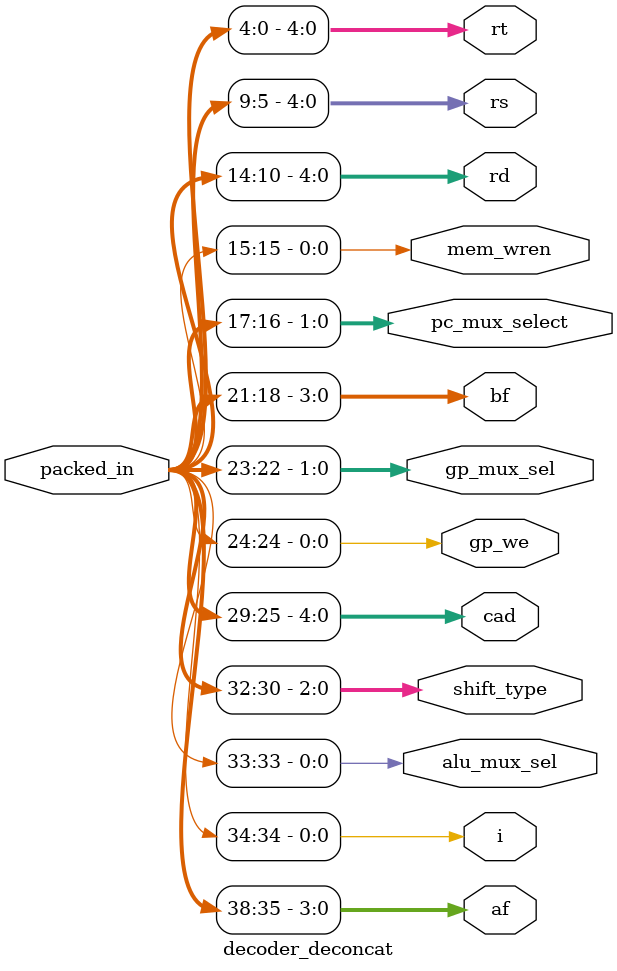
<source format=sv>
module decoder_deconcat (
    input wire [38:0] packed_in,
    output wire [3:0] af,
    output wire i,
    output wire alu_mux_sel,
    output wire [2:0] shift_type,
    output wire [4:0] cad,
    output wire gp_we,
    output wire [1:0] gp_mux_sel,
    output wire [3:0] bf,
    output wire [1:0] pc_mux_select,
    output wire mem_wren,
    output wire [4:0] rd,
    output wire [4:0] rs,
    output wire [4:0] rt
);
    assign {af, i, alu_mux_sel, shift_type, cad, gp_we,
            gp_mux_sel, bf, pc_mux_select, mem_wren,
            rd, rs, rt} = packed_in;
endmodule
</source>
